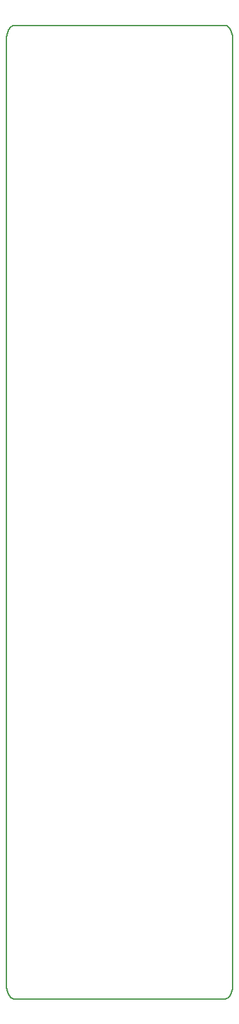
<source format=gm1>
G04 MADE WITH FRITZING*
G04 WWW.FRITZING.ORG*
G04 DOUBLE SIDED*
G04 HOLES PLATED*
G04 CONTOUR ON CENTER OF CONTOUR VECTOR*
%ASAXBY*%
%FSLAX23Y23*%
%MOIN*%
%OFA0B0*%
%SFA1.0B1.0*%
%ADD10C,0.005000*%
%ADD10C,0.008*%
%LNCONTOUR*%
G90*
G70*
G54D10*
G54D10*
X37Y5079D02*
X38Y5079D01*
X39Y5079D01*
X40Y5079D01*
X41Y5079D01*
X42Y5079D01*
X43Y5079D01*
X44Y5079D01*
X45Y5079D01*
X46Y5079D01*
X47Y5079D01*
X48Y5079D01*
X49Y5079D01*
X50Y5079D01*
X51Y5079D01*
X52Y5079D01*
X53Y5079D01*
X54Y5079D01*
X55Y5079D01*
X56Y5079D01*
X57Y5079D01*
X58Y5079D01*
X59Y5079D01*
X60Y5079D01*
X61Y5079D01*
X62Y5079D01*
X63Y5079D01*
X64Y5079D01*
X65Y5079D01*
X66Y5079D01*
X67Y5079D01*
X68Y5079D01*
X69Y5079D01*
X70Y5079D01*
X71Y5079D01*
X72Y5079D01*
X73Y5079D01*
X74Y5079D01*
X75Y5079D01*
X76Y5079D01*
X77Y5079D01*
X78Y5079D01*
X79Y5079D01*
X80Y5079D01*
X81Y5079D01*
X82Y5079D01*
X83Y5079D01*
X84Y5079D01*
X85Y5079D01*
X86Y5079D01*
X87Y5079D01*
X88Y5079D01*
X89Y5079D01*
X90Y5079D01*
X91Y5079D01*
X92Y5079D01*
X93Y5079D01*
X94Y5079D01*
X95Y5079D01*
X96Y5079D01*
X97Y5079D01*
X98Y5079D01*
X99Y5079D01*
X100Y5079D01*
X101Y5079D01*
X102Y5079D01*
X103Y5079D01*
X104Y5079D01*
X105Y5079D01*
X106Y5079D01*
X107Y5079D01*
X108Y5079D01*
X109Y5079D01*
X110Y5079D01*
X111Y5079D01*
X112Y5079D01*
X113Y5079D01*
X114Y5079D01*
X115Y5079D01*
X116Y5079D01*
X117Y5079D01*
X118Y5079D01*
X119Y5079D01*
X120Y5079D01*
X121Y5079D01*
X122Y5079D01*
X123Y5079D01*
X124Y5079D01*
X125Y5079D01*
X126Y5079D01*
X127Y5079D01*
X128Y5079D01*
X129Y5079D01*
X130Y5079D01*
X131Y5079D01*
X132Y5079D01*
X133Y5079D01*
X134Y5079D01*
X135Y5079D01*
X136Y5079D01*
X137Y5079D01*
X138Y5079D01*
X139Y5079D01*
X140Y5079D01*
X141Y5079D01*
X142Y5079D01*
X143Y5079D01*
X144Y5079D01*
X145Y5079D01*
X146Y5079D01*
X147Y5079D01*
X148Y5079D01*
X149Y5079D01*
X150Y5079D01*
X151Y5079D01*
X152Y5079D01*
X153Y5079D01*
X154Y5079D01*
X155Y5079D01*
X156Y5079D01*
X157Y5079D01*
X158Y5079D01*
X159Y5079D01*
X160Y5079D01*
X161Y5079D01*
X162Y5079D01*
X163Y5079D01*
X164Y5079D01*
X165Y5079D01*
X166Y5079D01*
X167Y5079D01*
X168Y5079D01*
X169Y5079D01*
X170Y5079D01*
X171Y5079D01*
X172Y5079D01*
X173Y5079D01*
X174Y5079D01*
X175Y5079D01*
X176Y5079D01*
X177Y5079D01*
X178Y5079D01*
X179Y5079D01*
X180Y5079D01*
X181Y5079D01*
X182Y5079D01*
X183Y5079D01*
X184Y5079D01*
X185Y5079D01*
X186Y5079D01*
X187Y5079D01*
X188Y5079D01*
X189Y5079D01*
X190Y5079D01*
X191Y5079D01*
X192Y5079D01*
X193Y5079D01*
X194Y5079D01*
X195Y5079D01*
X196Y5079D01*
X197Y5079D01*
X198Y5079D01*
X199Y5079D01*
X200Y5079D01*
X201Y5079D01*
X202Y5079D01*
X203Y5079D01*
X204Y5079D01*
X205Y5079D01*
X206Y5079D01*
X207Y5079D01*
X208Y5079D01*
X209Y5079D01*
X210Y5079D01*
X211Y5079D01*
X212Y5079D01*
X213Y5079D01*
X214Y5079D01*
X215Y5079D01*
X216Y5079D01*
X217Y5079D01*
X218Y5079D01*
X219Y5079D01*
X220Y5079D01*
X221Y5079D01*
X222Y5079D01*
X223Y5079D01*
X224Y5079D01*
X225Y5079D01*
X226Y5079D01*
X227Y5079D01*
X228Y5079D01*
X229Y5079D01*
X230Y5079D01*
X231Y5079D01*
X232Y5079D01*
X233Y5079D01*
X234Y5079D01*
X235Y5079D01*
X236Y5079D01*
X237Y5079D01*
X238Y5079D01*
X239Y5079D01*
X240Y5079D01*
X241Y5079D01*
X242Y5079D01*
X243Y5079D01*
X244Y5079D01*
X245Y5079D01*
X246Y5079D01*
X247Y5079D01*
X248Y5079D01*
X249Y5079D01*
X250Y5079D01*
X251Y5079D01*
X252Y5079D01*
X253Y5079D01*
X254Y5079D01*
X255Y5079D01*
X256Y5079D01*
X257Y5079D01*
X258Y5079D01*
X259Y5079D01*
X260Y5079D01*
X261Y5079D01*
X262Y5079D01*
X263Y5079D01*
X264Y5079D01*
X265Y5079D01*
X266Y5079D01*
X267Y5079D01*
X268Y5079D01*
X269Y5079D01*
X270Y5079D01*
X271Y5079D01*
X272Y5079D01*
X273Y5079D01*
X274Y5079D01*
X275Y5079D01*
X276Y5079D01*
X277Y5079D01*
X278Y5079D01*
X279Y5079D01*
X280Y5079D01*
X281Y5079D01*
X282Y5079D01*
X283Y5079D01*
X284Y5079D01*
X285Y5079D01*
X286Y5079D01*
X287Y5079D01*
X288Y5079D01*
X289Y5079D01*
X290Y5079D01*
X291Y5079D01*
X292Y5079D01*
X293Y5079D01*
X294Y5079D01*
X295Y5079D01*
X296Y5079D01*
X297Y5079D01*
X298Y5079D01*
X299Y5079D01*
X300Y5079D01*
X301Y5079D01*
X302Y5079D01*
X303Y5079D01*
X304Y5079D01*
X305Y5079D01*
X306Y5079D01*
X307Y5079D01*
X308Y5079D01*
X309Y5079D01*
X310Y5079D01*
X311Y5079D01*
X312Y5079D01*
X313Y5079D01*
X314Y5079D01*
X315Y5079D01*
X316Y5079D01*
X317Y5079D01*
X318Y5079D01*
X319Y5079D01*
X320Y5079D01*
X321Y5079D01*
X322Y5079D01*
X323Y5079D01*
X324Y5079D01*
X325Y5079D01*
X326Y5079D01*
X327Y5079D01*
X328Y5079D01*
X329Y5079D01*
X330Y5079D01*
X331Y5079D01*
X332Y5079D01*
X333Y5079D01*
X334Y5079D01*
X335Y5079D01*
X336Y5079D01*
X337Y5079D01*
X338Y5079D01*
X339Y5079D01*
X340Y5079D01*
X341Y5079D01*
X342Y5079D01*
X343Y5079D01*
X344Y5079D01*
X345Y5079D01*
X346Y5079D01*
X347Y5079D01*
X348Y5079D01*
X349Y5079D01*
X350Y5079D01*
X351Y5079D01*
X352Y5079D01*
X353Y5079D01*
X354Y5079D01*
X355Y5079D01*
X356Y5079D01*
X357Y5079D01*
X358Y5079D01*
X359Y5079D01*
X360Y5079D01*
X361Y5079D01*
X362Y5079D01*
X363Y5079D01*
X364Y5079D01*
X365Y5079D01*
X366Y5079D01*
X367Y5079D01*
X368Y5079D01*
X369Y5079D01*
X370Y5079D01*
X371Y5079D01*
X372Y5079D01*
X373Y5079D01*
X374Y5079D01*
X375Y5079D01*
X376Y5079D01*
X377Y5079D01*
X378Y5079D01*
X379Y5079D01*
X380Y5079D01*
X381Y5079D01*
X382Y5079D01*
X383Y5079D01*
X384Y5079D01*
X385Y5079D01*
X386Y5079D01*
X387Y5079D01*
X388Y5079D01*
X389Y5079D01*
X390Y5079D01*
X391Y5079D01*
X392Y5079D01*
X393Y5079D01*
X394Y5079D01*
X395Y5079D01*
X396Y5079D01*
X397Y5079D01*
X398Y5079D01*
X399Y5079D01*
X400Y5079D01*
X401Y5079D01*
X402Y5079D01*
X403Y5079D01*
X404Y5079D01*
X405Y5079D01*
X406Y5079D01*
X407Y5079D01*
X408Y5079D01*
X409Y5079D01*
X410Y5079D01*
X411Y5079D01*
X412Y5079D01*
X413Y5079D01*
X414Y5079D01*
X415Y5079D01*
X416Y5079D01*
X417Y5079D01*
X418Y5079D01*
X419Y5079D01*
X420Y5079D01*
X421Y5079D01*
X422Y5079D01*
X423Y5079D01*
X424Y5079D01*
X425Y5079D01*
X426Y5079D01*
X427Y5079D01*
X428Y5079D01*
X429Y5079D01*
X430Y5079D01*
X431Y5079D01*
X432Y5079D01*
X433Y5079D01*
X434Y5079D01*
X435Y5079D01*
X436Y5079D01*
X437Y5079D01*
X438Y5079D01*
X439Y5079D01*
X440Y5079D01*
X441Y5079D01*
X442Y5079D01*
X443Y5079D01*
X444Y5079D01*
X445Y5079D01*
X446Y5079D01*
X447Y5079D01*
X448Y5079D01*
X449Y5079D01*
X450Y5079D01*
X451Y5079D01*
X452Y5079D01*
X453Y5079D01*
X454Y5079D01*
X455Y5079D01*
X456Y5079D01*
X457Y5079D01*
X458Y5079D01*
X459Y5079D01*
X460Y5079D01*
X461Y5079D01*
X462Y5079D01*
X463Y5079D01*
X464Y5079D01*
X465Y5079D01*
X466Y5079D01*
X467Y5079D01*
X468Y5079D01*
X469Y5079D01*
X470Y5079D01*
X471Y5079D01*
X472Y5079D01*
X473Y5079D01*
X474Y5079D01*
X475Y5079D01*
X476Y5079D01*
X477Y5079D01*
X478Y5079D01*
X479Y5079D01*
X480Y5079D01*
X481Y5079D01*
X482Y5079D01*
X483Y5079D01*
X484Y5079D01*
X485Y5079D01*
X486Y5079D01*
X487Y5079D01*
X488Y5079D01*
X489Y5079D01*
X490Y5079D01*
X491Y5079D01*
X492Y5079D01*
X493Y5079D01*
X494Y5079D01*
X495Y5079D01*
X496Y5079D01*
X497Y5079D01*
X498Y5079D01*
X499Y5079D01*
X500Y5079D01*
X501Y5079D01*
X502Y5079D01*
X503Y5079D01*
X504Y5079D01*
X505Y5079D01*
X506Y5079D01*
X507Y5079D01*
X508Y5079D01*
X509Y5079D01*
X510Y5079D01*
X511Y5079D01*
X512Y5079D01*
X513Y5079D01*
X514Y5079D01*
X515Y5079D01*
X516Y5079D01*
X517Y5079D01*
X518Y5079D01*
X519Y5079D01*
X520Y5079D01*
X521Y5079D01*
X522Y5079D01*
X523Y5079D01*
X524Y5079D01*
X525Y5079D01*
X526Y5079D01*
X527Y5079D01*
X528Y5079D01*
X529Y5079D01*
X530Y5079D01*
X531Y5079D01*
X532Y5079D01*
X533Y5079D01*
X534Y5079D01*
X535Y5079D01*
X536Y5079D01*
X537Y5079D01*
X538Y5079D01*
X539Y5079D01*
X540Y5079D01*
X541Y5079D01*
X542Y5079D01*
X543Y5079D01*
X544Y5079D01*
X545Y5079D01*
X546Y5079D01*
X547Y5079D01*
X548Y5079D01*
X549Y5079D01*
X550Y5079D01*
X551Y5079D01*
X552Y5079D01*
X553Y5079D01*
X554Y5079D01*
X555Y5079D01*
X556Y5079D01*
X557Y5079D01*
X558Y5079D01*
X559Y5079D01*
X560Y5079D01*
X561Y5079D01*
X562Y5079D01*
X563Y5079D01*
X564Y5079D01*
X565Y5079D01*
X566Y5079D01*
X567Y5079D01*
X568Y5079D01*
X569Y5079D01*
X570Y5079D01*
X571Y5079D01*
X572Y5079D01*
X573Y5079D01*
X574Y5079D01*
X575Y5079D01*
X576Y5079D01*
X577Y5079D01*
X578Y5079D01*
X579Y5079D01*
X580Y5079D01*
X581Y5079D01*
X582Y5079D01*
X583Y5079D01*
X584Y5079D01*
X585Y5079D01*
X586Y5079D01*
X587Y5079D01*
X588Y5079D01*
X589Y5079D01*
X590Y5079D01*
X591Y5079D01*
X592Y5079D01*
X593Y5079D01*
X594Y5079D01*
X595Y5079D01*
X596Y5079D01*
X597Y5079D01*
X598Y5079D01*
X599Y5079D01*
X600Y5079D01*
X601Y5079D01*
X602Y5079D01*
X603Y5079D01*
X604Y5079D01*
X605Y5079D01*
X606Y5079D01*
X607Y5079D01*
X608Y5079D01*
X609Y5079D01*
X610Y5079D01*
X611Y5079D01*
X612Y5079D01*
X613Y5079D01*
X614Y5079D01*
X615Y5079D01*
X616Y5079D01*
X617Y5079D01*
X618Y5079D01*
X619Y5079D01*
X620Y5079D01*
X621Y5079D01*
X622Y5079D01*
X623Y5079D01*
X624Y5079D01*
X625Y5079D01*
X626Y5079D01*
X627Y5079D01*
X628Y5079D01*
X629Y5079D01*
X630Y5079D01*
X631Y5079D01*
X632Y5079D01*
X633Y5079D01*
X634Y5079D01*
X635Y5079D01*
X636Y5079D01*
X637Y5079D01*
X638Y5079D01*
X639Y5079D01*
X640Y5079D01*
X641Y5079D01*
X642Y5079D01*
X643Y5079D01*
X644Y5079D01*
X645Y5079D01*
X646Y5079D01*
X647Y5079D01*
X648Y5079D01*
X649Y5079D01*
X650Y5079D01*
X651Y5079D01*
X652Y5079D01*
X653Y5079D01*
X654Y5079D01*
X655Y5079D01*
X656Y5079D01*
X657Y5079D01*
X658Y5079D01*
X659Y5079D01*
X660Y5079D01*
X661Y5079D01*
X662Y5079D01*
X663Y5079D01*
X664Y5079D01*
X665Y5079D01*
X666Y5079D01*
X667Y5079D01*
X668Y5079D01*
X669Y5079D01*
X670Y5079D01*
X671Y5079D01*
X672Y5079D01*
X673Y5079D01*
X674Y5079D01*
X675Y5079D01*
X676Y5079D01*
X677Y5079D01*
X678Y5079D01*
X679Y5079D01*
X680Y5079D01*
X681Y5079D01*
X682Y5079D01*
X683Y5079D01*
X684Y5079D01*
X685Y5079D01*
X686Y5079D01*
X687Y5079D01*
X688Y5079D01*
X689Y5079D01*
X690Y5079D01*
X691Y5079D01*
X692Y5079D01*
X693Y5079D01*
X694Y5079D01*
X695Y5079D01*
X696Y5079D01*
X697Y5079D01*
X698Y5079D01*
X699Y5079D01*
X700Y5079D01*
X701Y5079D01*
X702Y5079D01*
X703Y5079D01*
X704Y5079D01*
X705Y5079D01*
X706Y5079D01*
X707Y5079D01*
X708Y5079D01*
X709Y5079D01*
X710Y5079D01*
X711Y5079D01*
X712Y5079D01*
X713Y5079D01*
X714Y5079D01*
X715Y5079D01*
X716Y5079D01*
X717Y5079D01*
X718Y5079D01*
X719Y5079D01*
X720Y5079D01*
X721Y5079D01*
X722Y5079D01*
X723Y5079D01*
X724Y5079D01*
X725Y5079D01*
X726Y5079D01*
X727Y5079D01*
X728Y5079D01*
X729Y5079D01*
X730Y5079D01*
X731Y5079D01*
X732Y5079D01*
X733Y5079D01*
X734Y5079D01*
X735Y5079D01*
X736Y5079D01*
X737Y5079D01*
X738Y5079D01*
X739Y5079D01*
X740Y5079D01*
X741Y5079D01*
X742Y5079D01*
X743Y5079D01*
X744Y5079D01*
X745Y5079D01*
X746Y5079D01*
X747Y5079D01*
X748Y5079D01*
X749Y5079D01*
X750Y5079D01*
X751Y5079D01*
X752Y5079D01*
X753Y5079D01*
X754Y5079D01*
X755Y5079D01*
X756Y5079D01*
X757Y5079D01*
X758Y5079D01*
X759Y5079D01*
X760Y5079D01*
X761Y5079D01*
X762Y5079D01*
X763Y5079D01*
X764Y5079D01*
X765Y5079D01*
X766Y5079D01*
X767Y5079D01*
X768Y5079D01*
X769Y5079D01*
X770Y5079D01*
X771Y5079D01*
X772Y5079D01*
X773Y5079D01*
X774Y5079D01*
X775Y5079D01*
X776Y5079D01*
X777Y5079D01*
X778Y5079D01*
X779Y5079D01*
X780Y5079D01*
X781Y5079D01*
X782Y5079D01*
X783Y5079D01*
X784Y5079D01*
X785Y5079D01*
X786Y5079D01*
X787Y5079D01*
X788Y5079D01*
X789Y5079D01*
X790Y5079D01*
X791Y5079D01*
X792Y5079D01*
X793Y5079D01*
X794Y5079D01*
X795Y5079D01*
X796Y5079D01*
X797Y5079D01*
X798Y5079D01*
X799Y5079D01*
X800Y5079D01*
X801Y5079D01*
X802Y5079D01*
X803Y5079D01*
X804Y5079D01*
X805Y5079D01*
X806Y5079D01*
X807Y5079D01*
X808Y5079D01*
X809Y5079D01*
X810Y5079D01*
X811Y5079D01*
X812Y5079D01*
X813Y5079D01*
X814Y5079D01*
X815Y5079D01*
X816Y5079D01*
X817Y5079D01*
X818Y5079D01*
X819Y5079D01*
X820Y5079D01*
X821Y5079D01*
X822Y5079D01*
X823Y5079D01*
X824Y5079D01*
X825Y5079D01*
X826Y5079D01*
X827Y5079D01*
X828Y5079D01*
X829Y5079D01*
X830Y5079D01*
X831Y5079D01*
X832Y5079D01*
X833Y5079D01*
X834Y5079D01*
X835Y5079D01*
X836Y5079D01*
X837Y5079D01*
X838Y5079D01*
X839Y5079D01*
X840Y5079D01*
X841Y5079D01*
X842Y5079D01*
X843Y5079D01*
X844Y5079D01*
X845Y5079D01*
X846Y5079D01*
X847Y5079D01*
X848Y5079D01*
X849Y5079D01*
X850Y5079D01*
X851Y5079D01*
X852Y5079D01*
X853Y5079D01*
X854Y5079D01*
X855Y5079D01*
X856Y5079D01*
X857Y5079D01*
X858Y5079D01*
X859Y5079D01*
X860Y5079D01*
X861Y5079D01*
X862Y5079D01*
X863Y5079D01*
X864Y5079D01*
X865Y5079D01*
X866Y5079D01*
X867Y5079D01*
X868Y5079D01*
X869Y5079D01*
X870Y5079D01*
X871Y5079D01*
X872Y5079D01*
X873Y5079D01*
X874Y5079D01*
X875Y5079D01*
X876Y5079D01*
X877Y5079D01*
X878Y5079D01*
X879Y5079D01*
X880Y5079D01*
X881Y5079D01*
X882Y5079D01*
X883Y5079D01*
X884Y5079D01*
X885Y5079D01*
X886Y5079D01*
X887Y5079D01*
X888Y5079D01*
X889Y5079D01*
X890Y5079D01*
X891Y5079D01*
X892Y5079D01*
X893Y5079D01*
X894Y5079D01*
X895Y5079D01*
X896Y5079D01*
X897Y5079D01*
X898Y5079D01*
X899Y5079D01*
X900Y5079D01*
X901Y5079D01*
X902Y5079D01*
X903Y5079D01*
X904Y5079D01*
X905Y5079D01*
X906Y5079D01*
X907Y5079D01*
X908Y5079D01*
X909Y5079D01*
X910Y5079D01*
X911Y5079D01*
X912Y5079D01*
X913Y5079D01*
X914Y5079D01*
X915Y5079D01*
X916Y5079D01*
X917Y5079D01*
X918Y5079D01*
X919Y5079D01*
X920Y5079D01*
X921Y5079D01*
X922Y5079D01*
X923Y5079D01*
X924Y5079D01*
X925Y5079D01*
X926Y5079D01*
X927Y5079D01*
X928Y5079D01*
X929Y5079D01*
X930Y5079D01*
X931Y5079D01*
X932Y5079D01*
X933Y5079D01*
X934Y5079D01*
X935Y5079D01*
X936Y5079D01*
X937Y5079D01*
X938Y5079D01*
X939Y5079D01*
X940Y5079D01*
X941Y5079D01*
X942Y5079D01*
X943Y5079D01*
X944Y5079D01*
X945Y5079D01*
X946Y5079D01*
X947Y5079D01*
X948Y5079D01*
X949Y5079D01*
X950Y5079D01*
X951Y5079D01*
X952Y5079D01*
X953Y5079D01*
X954Y5079D01*
X955Y5079D01*
X956Y5079D01*
X957Y5079D01*
X958Y5079D01*
X959Y5079D01*
X960Y5079D01*
X961Y5079D01*
X962Y5079D01*
X963Y5079D01*
X964Y5079D01*
X965Y5079D01*
X966Y5079D01*
X967Y5079D01*
X968Y5079D01*
X969Y5079D01*
X970Y5079D01*
X971Y5079D01*
X972Y5079D01*
X973Y5079D01*
X974Y5079D01*
X975Y5079D01*
X976Y5079D01*
X977Y5079D01*
X978Y5079D01*
X979Y5079D01*
X980Y5079D01*
X981Y5079D01*
X982Y5079D01*
X983Y5079D01*
X984Y5079D01*
X985Y5079D01*
X986Y5079D01*
X987Y5079D01*
X988Y5079D01*
X989Y5079D01*
X990Y5079D01*
X991Y5079D01*
X992Y5079D01*
X993Y5079D01*
X994Y5079D01*
X995Y5079D01*
X996Y5079D01*
X997Y5079D01*
X998Y5079D01*
X999Y5079D01*
X1000Y5079D01*
X1001Y5079D01*
X1002Y5079D01*
X1003Y5079D01*
X1004Y5079D01*
X1005Y5079D01*
X1006Y5079D01*
X1007Y5079D01*
X1008Y5079D01*
X1009Y5079D01*
X1010Y5079D01*
X1011Y5079D01*
X1012Y5079D01*
X1013Y5079D01*
X1014Y5079D01*
X1015Y5079D01*
X1016Y5079D01*
X1017Y5079D01*
X1018Y5079D01*
X1019Y5079D01*
X1020Y5079D01*
X1021Y5079D01*
X1022Y5079D01*
X1023Y5079D01*
X1024Y5079D01*
X1025Y5079D01*
X1026Y5079D01*
X1027Y5079D01*
X1028Y5079D01*
X1029Y5079D01*
X1030Y5079D01*
X1031Y5079D01*
X1032Y5079D01*
X1033Y5079D01*
X1034Y5079D01*
X1035Y5079D01*
X1036Y5079D01*
X1037Y5079D01*
X1038Y5079D01*
X1039Y5079D01*
X1040Y5079D01*
X1041Y5079D01*
X1042Y5079D01*
X1043Y5079D01*
X1044Y5079D01*
X1045Y5079D01*
X1046Y5079D01*
X1047Y5079D01*
X1048Y5079D01*
X1049Y5079D01*
X1050Y5079D01*
X1051Y5079D01*
X1052Y5079D01*
X1053Y5079D01*
X1054Y5079D01*
X1055Y5079D01*
X1056Y5079D01*
X1057Y5079D01*
X1058Y5079D01*
X1059Y5079D01*
X1060Y5079D01*
X1061Y5079D01*
X1062Y5079D01*
X1063Y5079D01*
X1064Y5079D01*
X1065Y5079D01*
X1066Y5079D01*
X1067Y5079D01*
X1068Y5079D01*
X1069Y5079D01*
X1070Y5079D01*
X1071Y5079D01*
X1072Y5079D01*
X1073Y5079D01*
X1074Y5079D01*
X1075Y5079D01*
X1076Y5079D01*
X1077Y5079D01*
X1078Y5079D01*
X1079Y5079D01*
X1080Y5079D01*
X1081Y5079D01*
X1082Y5079D01*
X1083Y5079D01*
X1084Y5079D01*
X1085Y5079D01*
X1086Y5079D01*
X1087Y5079D01*
X1088Y5079D01*
X1089Y5079D01*
X1090Y5079D01*
X1091Y5079D01*
X1092Y5079D01*
X1093Y5079D01*
X1094Y5079D01*
X1095Y5079D01*
X1096Y5079D01*
X1097Y5079D01*
X1098Y5079D01*
X1099Y5079D01*
X1100Y5079D01*
X1101Y5079D01*
X1102Y5079D01*
X1103Y5079D01*
X1104Y5079D01*
X1105Y5079D01*
X1106Y5079D01*
X1107Y5079D01*
X1108Y5079D01*
X1109Y5079D01*
X1110Y5079D01*
X1111Y5079D01*
X1112Y5079D01*
X1113Y5079D01*
X1114Y5079D01*
X1115Y5079D01*
X1116Y5079D01*
X1117Y5079D01*
X1118Y5079D01*
X1119Y5079D01*
X1120Y5079D01*
X1121Y5079D01*
X1122Y5079D01*
X1123Y5079D01*
X1124Y5079D01*
X1125Y5079D01*
X1126Y5079D01*
X1127Y5079D01*
X1128Y5079D01*
X1129Y5079D01*
X1130Y5079D01*
X1131Y5079D01*
X1132Y5079D01*
X1133Y5079D01*
X1134Y5079D01*
X1135Y5079D01*
X1136Y5079D01*
X1137Y5079D01*
X1138Y5079D01*
X1139Y5079D01*
X1140Y5079D01*
X1141Y5079D01*
X1142Y5079D01*
X1143Y5079D01*
X1144Y5078D01*
X1145Y5078D01*
X1146Y5078D01*
X1147Y5078D01*
X1148Y5077D01*
X1149Y5077D01*
X1150Y5076D01*
X1151Y5076D01*
X1152Y5075D01*
X1153Y5075D01*
X1154Y5074D01*
X1155Y5073D01*
X1156Y5072D01*
X1157Y5071D01*
X1158Y5071D01*
X1159Y5070D01*
X1160Y5069D01*
X1160Y5068D01*
X1161Y5067D01*
X1162Y5066D01*
X1163Y5065D01*
X1164Y5064D01*
X1164Y5063D01*
X1165Y5062D01*
X1166Y5061D01*
X1166Y5060D01*
X1167Y5059D01*
X1167Y5058D01*
X1168Y5057D01*
X1168Y5056D01*
X1169Y5055D01*
X1169Y5054D01*
X1170Y5053D01*
X1170Y5052D01*
X1171Y5051D01*
X1171Y5050D01*
X1172Y5049D01*
X1172Y5048D01*
X1173Y5047D01*
X1173Y5045D01*
X1174Y5044D01*
X1174Y5042D01*
X1175Y5041D01*
X1175Y5038D01*
X1176Y5037D01*
X1176Y5034D01*
X1177Y5033D01*
X1177Y5030D01*
X1178Y5029D01*
X1178Y5024D01*
X1179Y5023D01*
X1179Y5015D01*
X1180Y5014D01*
X1180Y67D01*
X1179Y66D01*
X1179Y58D01*
X1178Y57D01*
X1178Y52D01*
X1177Y51D01*
X1177Y48D01*
X1176Y47D01*
X1176Y44D01*
X1175Y43D01*
X1175Y40D01*
X1174Y39D01*
X1174Y37D01*
X1173Y36D01*
X1173Y34D01*
X1172Y33D01*
X1172Y32D01*
X1171Y31D01*
X1171Y30D01*
X1170Y29D01*
X1170Y28D01*
X1169Y27D01*
X1169Y26D01*
X1168Y25D01*
X1168Y24D01*
X1167Y23D01*
X1167Y22D01*
X1166Y21D01*
X1166Y20D01*
X1165Y19D01*
X1164Y18D01*
X1164Y17D01*
X1163Y16D01*
X1162Y15D01*
X1161Y14D01*
X1160Y13D01*
X1160Y12D01*
X1159Y11D01*
X1158Y10D01*
X1157Y10D01*
X1156Y9D01*
X1155Y8D01*
X1154Y7D01*
X1153Y6D01*
X1152Y6D01*
X1151Y5D01*
X1150Y5D01*
X1149Y4D01*
X1148Y4D01*
X1147Y3D01*
X1146Y3D01*
X1145Y3D01*
X1144Y3D01*
X1143Y2D01*
X1142Y2D01*
X1141Y2D01*
X1140Y2D01*
X1139Y2D01*
X1138Y2D01*
X1137Y2D01*
X1136Y2D01*
X1135Y2D01*
X1134Y2D01*
X1133Y2D01*
X1132Y2D01*
X1131Y2D01*
X1130Y2D01*
X1129Y2D01*
X1128Y2D01*
X1127Y2D01*
X1126Y2D01*
X1125Y2D01*
X1124Y2D01*
X1123Y2D01*
X1122Y2D01*
X1121Y2D01*
X1120Y2D01*
X1119Y2D01*
X1118Y2D01*
X1117Y2D01*
X1116Y2D01*
X1115Y2D01*
X1114Y2D01*
X1113Y2D01*
X1112Y2D01*
X1111Y2D01*
X1110Y2D01*
X1109Y2D01*
X1108Y2D01*
X1107Y2D01*
X1106Y2D01*
X1105Y2D01*
X1104Y2D01*
X1103Y2D01*
X1102Y2D01*
X1101Y2D01*
X1100Y2D01*
X1099Y2D01*
X1098Y2D01*
X1097Y2D01*
X1096Y2D01*
X1095Y2D01*
X1094Y2D01*
X1093Y2D01*
X1092Y2D01*
X1091Y2D01*
X1090Y2D01*
X1089Y2D01*
X1088Y2D01*
X1087Y2D01*
X1086Y2D01*
X1085Y2D01*
X1084Y2D01*
X1083Y2D01*
X1082Y2D01*
X1081Y2D01*
X1080Y2D01*
X1079Y2D01*
X1078Y2D01*
X1077Y2D01*
X1076Y2D01*
X1075Y2D01*
X1074Y2D01*
X1073Y2D01*
X1072Y2D01*
X1071Y2D01*
X1070Y2D01*
X1069Y2D01*
X1068Y2D01*
X1067Y2D01*
X1066Y2D01*
X1065Y2D01*
X1064Y2D01*
X1063Y2D01*
X1062Y2D01*
X1061Y2D01*
X1060Y2D01*
X1059Y2D01*
X1058Y2D01*
X1057Y2D01*
X1056Y2D01*
X1055Y2D01*
X1054Y2D01*
X1053Y2D01*
X1052Y2D01*
X1051Y2D01*
X1050Y2D01*
X1049Y2D01*
X1048Y2D01*
X1047Y2D01*
X1046Y2D01*
X1045Y2D01*
X1044Y2D01*
X1043Y2D01*
X1042Y2D01*
X1041Y2D01*
X1040Y2D01*
X1039Y2D01*
X1038Y2D01*
X1037Y2D01*
X1036Y2D01*
X1035Y2D01*
X1034Y2D01*
X1033Y2D01*
X1032Y2D01*
X1031Y2D01*
X1030Y2D01*
X1029Y2D01*
X1028Y2D01*
X1027Y2D01*
X1026Y2D01*
X1025Y2D01*
X1024Y2D01*
X1023Y2D01*
X1022Y2D01*
X1021Y2D01*
X1020Y2D01*
X1019Y2D01*
X1018Y2D01*
X1017Y2D01*
X1016Y2D01*
X1015Y2D01*
X1014Y2D01*
X1013Y2D01*
X1012Y2D01*
X1011Y2D01*
X1010Y2D01*
X1009Y2D01*
X1008Y2D01*
X1007Y2D01*
X1006Y2D01*
X1005Y2D01*
X1004Y2D01*
X1003Y2D01*
X1002Y2D01*
X1001Y2D01*
X1000Y2D01*
X999Y2D01*
X998Y2D01*
X997Y2D01*
X996Y2D01*
X995Y2D01*
X994Y2D01*
X993Y2D01*
X992Y2D01*
X991Y2D01*
X990Y2D01*
X989Y2D01*
X988Y2D01*
X987Y2D01*
X986Y2D01*
X985Y2D01*
X984Y2D01*
X983Y2D01*
X982Y2D01*
X981Y2D01*
X980Y2D01*
X979Y2D01*
X978Y2D01*
X977Y2D01*
X976Y2D01*
X975Y2D01*
X974Y2D01*
X973Y2D01*
X972Y2D01*
X971Y2D01*
X970Y2D01*
X969Y2D01*
X968Y2D01*
X967Y2D01*
X966Y2D01*
X965Y2D01*
X964Y2D01*
X963Y2D01*
X962Y2D01*
X961Y2D01*
X960Y2D01*
X959Y2D01*
X958Y2D01*
X957Y2D01*
X956Y2D01*
X955Y2D01*
X954Y2D01*
X953Y2D01*
X952Y2D01*
X951Y2D01*
X950Y2D01*
X949Y2D01*
X948Y2D01*
X947Y2D01*
X946Y2D01*
X945Y2D01*
X944Y2D01*
X943Y2D01*
X942Y2D01*
X941Y2D01*
X940Y2D01*
X939Y2D01*
X938Y2D01*
X937Y2D01*
X936Y2D01*
X935Y2D01*
X934Y2D01*
X933Y2D01*
X932Y2D01*
X931Y2D01*
X930Y2D01*
X929Y2D01*
X928Y2D01*
X927Y2D01*
X926Y2D01*
X925Y2D01*
X924Y2D01*
X923Y2D01*
X922Y2D01*
X921Y2D01*
X920Y2D01*
X919Y2D01*
X918Y2D01*
X917Y2D01*
X916Y2D01*
X915Y2D01*
X914Y2D01*
X913Y2D01*
X912Y2D01*
X911Y2D01*
X910Y2D01*
X909Y2D01*
X908Y2D01*
X907Y2D01*
X906Y2D01*
X905Y2D01*
X904Y2D01*
X903Y2D01*
X902Y2D01*
X901Y2D01*
X900Y2D01*
X899Y2D01*
X898Y2D01*
X897Y2D01*
X896Y2D01*
X895Y2D01*
X894Y2D01*
X893Y2D01*
X892Y2D01*
X891Y2D01*
X890Y2D01*
X889Y2D01*
X888Y2D01*
X887Y2D01*
X886Y2D01*
X885Y2D01*
X884Y2D01*
X883Y2D01*
X882Y2D01*
X881Y2D01*
X880Y2D01*
X879Y2D01*
X878Y2D01*
X877Y2D01*
X876Y2D01*
X875Y2D01*
X874Y2D01*
X873Y2D01*
X872Y2D01*
X871Y2D01*
X870Y2D01*
X869Y2D01*
X868Y2D01*
X867Y2D01*
X866Y2D01*
X865Y2D01*
X864Y2D01*
X863Y2D01*
X862Y2D01*
X861Y2D01*
X860Y2D01*
X859Y2D01*
X858Y2D01*
X857Y2D01*
X856Y2D01*
X855Y2D01*
X854Y2D01*
X853Y2D01*
X852Y2D01*
X851Y2D01*
X850Y2D01*
X849Y2D01*
X848Y2D01*
X847Y2D01*
X846Y2D01*
X845Y2D01*
X844Y2D01*
X843Y2D01*
X842Y2D01*
X841Y2D01*
X840Y2D01*
X839Y2D01*
X838Y2D01*
X837Y2D01*
X836Y2D01*
X835Y2D01*
X834Y2D01*
X833Y2D01*
X832Y2D01*
X831Y2D01*
X830Y2D01*
X829Y2D01*
X828Y2D01*
X827Y2D01*
X826Y2D01*
X825Y2D01*
X824Y2D01*
X823Y2D01*
X822Y2D01*
X821Y2D01*
X820Y2D01*
X819Y2D01*
X818Y2D01*
X817Y2D01*
X816Y2D01*
X815Y2D01*
X814Y2D01*
X813Y2D01*
X812Y2D01*
X811Y2D01*
X810Y2D01*
X809Y2D01*
X808Y2D01*
X807Y2D01*
X806Y2D01*
X805Y2D01*
X804Y2D01*
X803Y2D01*
X802Y2D01*
X801Y2D01*
X800Y2D01*
X799Y2D01*
X798Y2D01*
X797Y2D01*
X796Y2D01*
X795Y2D01*
X794Y2D01*
X793Y2D01*
X792Y2D01*
X791Y2D01*
X790Y2D01*
X789Y2D01*
X788Y2D01*
X787Y2D01*
X786Y2D01*
X785Y2D01*
X784Y2D01*
X783Y2D01*
X782Y2D01*
X781Y2D01*
X780Y2D01*
X779Y2D01*
X778Y2D01*
X777Y2D01*
X776Y2D01*
X775Y2D01*
X774Y2D01*
X773Y2D01*
X772Y2D01*
X771Y2D01*
X770Y2D01*
X769Y2D01*
X768Y2D01*
X767Y2D01*
X766Y2D01*
X765Y2D01*
X764Y2D01*
X763Y2D01*
X762Y2D01*
X761Y2D01*
X760Y2D01*
X759Y2D01*
X758Y2D01*
X757Y2D01*
X756Y2D01*
X755Y2D01*
X754Y2D01*
X753Y2D01*
X752Y2D01*
X751Y2D01*
X750Y2D01*
X749Y2D01*
X748Y2D01*
X747Y2D01*
X746Y2D01*
X745Y2D01*
X744Y2D01*
X743Y2D01*
X742Y2D01*
X741Y2D01*
X740Y2D01*
X739Y2D01*
X738Y2D01*
X737Y2D01*
X736Y2D01*
X735Y2D01*
X734Y2D01*
X733Y2D01*
X732Y2D01*
X731Y2D01*
X730Y2D01*
X729Y2D01*
X728Y2D01*
X727Y2D01*
X726Y2D01*
X725Y2D01*
X724Y2D01*
X723Y2D01*
X722Y2D01*
X721Y2D01*
X720Y2D01*
X719Y2D01*
X718Y2D01*
X717Y2D01*
X716Y2D01*
X715Y2D01*
X714Y2D01*
X713Y2D01*
X712Y2D01*
X711Y2D01*
X710Y2D01*
X709Y2D01*
X708Y2D01*
X707Y2D01*
X706Y2D01*
X705Y2D01*
X704Y2D01*
X703Y2D01*
X702Y2D01*
X701Y2D01*
X700Y2D01*
X699Y2D01*
X698Y2D01*
X697Y2D01*
X696Y2D01*
X695Y2D01*
X694Y2D01*
X693Y2D01*
X692Y2D01*
X691Y2D01*
X690Y2D01*
X689Y2D01*
X688Y2D01*
X687Y2D01*
X686Y2D01*
X685Y2D01*
X684Y2D01*
X683Y2D01*
X682Y2D01*
X681Y2D01*
X680Y2D01*
X679Y2D01*
X678Y2D01*
X677Y2D01*
X676Y2D01*
X675Y2D01*
X674Y2D01*
X673Y2D01*
X672Y2D01*
X671Y2D01*
X670Y2D01*
X669Y2D01*
X668Y2D01*
X667Y2D01*
X666Y2D01*
X665Y2D01*
X664Y2D01*
X663Y2D01*
X662Y2D01*
X661Y2D01*
X660Y2D01*
X659Y2D01*
X658Y2D01*
X657Y2D01*
X656Y2D01*
X655Y2D01*
X654Y2D01*
X653Y2D01*
X652Y2D01*
X651Y2D01*
X650Y2D01*
X649Y2D01*
X648Y2D01*
X647Y2D01*
X646Y2D01*
X645Y2D01*
X644Y2D01*
X643Y2D01*
X642Y2D01*
X641Y2D01*
X640Y2D01*
X639Y2D01*
X638Y2D01*
X637Y2D01*
X636Y2D01*
X635Y2D01*
X634Y2D01*
X633Y2D01*
X632Y2D01*
X631Y2D01*
X630Y2D01*
X629Y2D01*
X628Y2D01*
X627Y2D01*
X626Y2D01*
X625Y2D01*
X624Y2D01*
X623Y2D01*
X622Y2D01*
X621Y2D01*
X620Y2D01*
X619Y2D01*
X618Y2D01*
X617Y2D01*
X616Y2D01*
X615Y2D01*
X614Y2D01*
X613Y2D01*
X612Y2D01*
X611Y2D01*
X610Y2D01*
X609Y2D01*
X608Y2D01*
X607Y2D01*
X606Y2D01*
X605Y2D01*
X604Y2D01*
X603Y2D01*
X602Y2D01*
X601Y2D01*
X600Y2D01*
X599Y2D01*
X598Y2D01*
X597Y2D01*
X596Y2D01*
X595Y2D01*
X594Y2D01*
X593Y2D01*
X592Y2D01*
X591Y2D01*
X590Y2D01*
X589Y2D01*
X588Y2D01*
X587Y2D01*
X586Y2D01*
X585Y2D01*
X584Y2D01*
X583Y2D01*
X582Y2D01*
X581Y2D01*
X580Y2D01*
X579Y2D01*
X578Y2D01*
X577Y2D01*
X576Y2D01*
X575Y2D01*
X574Y2D01*
X573Y2D01*
X572Y2D01*
X571Y2D01*
X570Y2D01*
X569Y2D01*
X568Y2D01*
X567Y2D01*
X566Y2D01*
X565Y2D01*
X564Y2D01*
X563Y2D01*
X562Y2D01*
X561Y2D01*
X560Y2D01*
X559Y2D01*
X558Y2D01*
X557Y2D01*
X556Y2D01*
X555Y2D01*
X554Y2D01*
X553Y2D01*
X552Y2D01*
X551Y2D01*
X550Y2D01*
X549Y2D01*
X548Y2D01*
X547Y2D01*
X546Y2D01*
X545Y2D01*
X544Y2D01*
X543Y2D01*
X542Y2D01*
X541Y2D01*
X540Y2D01*
X539Y2D01*
X538Y2D01*
X537Y2D01*
X536Y2D01*
X535Y2D01*
X534Y2D01*
X533Y2D01*
X532Y2D01*
X531Y2D01*
X530Y2D01*
X529Y2D01*
X528Y2D01*
X527Y2D01*
X526Y2D01*
X525Y2D01*
X524Y2D01*
X523Y2D01*
X522Y2D01*
X521Y2D01*
X520Y2D01*
X519Y2D01*
X518Y2D01*
X517Y2D01*
X516Y2D01*
X515Y2D01*
X514Y2D01*
X513Y2D01*
X512Y2D01*
X511Y2D01*
X510Y2D01*
X509Y2D01*
X508Y2D01*
X507Y2D01*
X506Y2D01*
X505Y2D01*
X504Y2D01*
X503Y2D01*
X502Y2D01*
X501Y2D01*
X500Y2D01*
X499Y2D01*
X498Y2D01*
X497Y2D01*
X496Y2D01*
X495Y2D01*
X494Y2D01*
X493Y2D01*
X492Y2D01*
X491Y2D01*
X490Y2D01*
X489Y2D01*
X488Y2D01*
X487Y2D01*
X486Y2D01*
X485Y2D01*
X484Y2D01*
X483Y2D01*
X482Y2D01*
X481Y2D01*
X480Y2D01*
X479Y2D01*
X478Y2D01*
X477Y2D01*
X476Y2D01*
X475Y2D01*
X474Y2D01*
X473Y2D01*
X472Y2D01*
X471Y2D01*
X470Y2D01*
X469Y2D01*
X468Y2D01*
X467Y2D01*
X466Y2D01*
X465Y2D01*
X464Y2D01*
X463Y2D01*
X462Y2D01*
X461Y2D01*
X460Y2D01*
X459Y2D01*
X458Y2D01*
X457Y2D01*
X456Y2D01*
X455Y2D01*
X454Y2D01*
X453Y2D01*
X452Y2D01*
X451Y2D01*
X450Y2D01*
X449Y2D01*
X448Y2D01*
X447Y2D01*
X446Y2D01*
X445Y2D01*
X444Y2D01*
X443Y2D01*
X442Y2D01*
X441Y2D01*
X440Y2D01*
X439Y2D01*
X438Y2D01*
X437Y2D01*
X436Y2D01*
X435Y2D01*
X434Y2D01*
X433Y2D01*
X432Y2D01*
X431Y2D01*
X430Y2D01*
X429Y2D01*
X428Y2D01*
X427Y2D01*
X426Y2D01*
X425Y2D01*
X424Y2D01*
X423Y2D01*
X422Y2D01*
X421Y2D01*
X420Y2D01*
X419Y2D01*
X418Y2D01*
X417Y2D01*
X416Y2D01*
X415Y2D01*
X414Y2D01*
X413Y2D01*
X412Y2D01*
X411Y2D01*
X410Y2D01*
X409Y2D01*
X408Y2D01*
X407Y2D01*
X406Y2D01*
X405Y2D01*
X404Y2D01*
X403Y2D01*
X402Y2D01*
X401Y2D01*
X400Y2D01*
X399Y2D01*
X398Y2D01*
X397Y2D01*
X396Y2D01*
X395Y2D01*
X394Y2D01*
X393Y2D01*
X392Y2D01*
X391Y2D01*
X390Y2D01*
X389Y2D01*
X388Y2D01*
X387Y2D01*
X386Y2D01*
X385Y2D01*
X384Y2D01*
X383Y2D01*
X382Y2D01*
X381Y2D01*
X380Y2D01*
X379Y2D01*
X378Y2D01*
X377Y2D01*
X376Y2D01*
X375Y2D01*
X374Y2D01*
X373Y2D01*
X372Y2D01*
X371Y2D01*
X370Y2D01*
X369Y2D01*
X368Y2D01*
X367Y2D01*
X366Y2D01*
X365Y2D01*
X364Y2D01*
X363Y2D01*
X362Y2D01*
X361Y2D01*
X360Y2D01*
X359Y2D01*
X358Y2D01*
X357Y2D01*
X356Y2D01*
X355Y2D01*
X354Y2D01*
X353Y2D01*
X352Y2D01*
X351Y2D01*
X350Y2D01*
X349Y2D01*
X348Y2D01*
X347Y2D01*
X346Y2D01*
X345Y2D01*
X344Y2D01*
X343Y2D01*
X342Y2D01*
X341Y2D01*
X340Y2D01*
X339Y2D01*
X338Y2D01*
X337Y2D01*
X336Y2D01*
X335Y2D01*
X334Y2D01*
X333Y2D01*
X332Y2D01*
X331Y2D01*
X330Y2D01*
X329Y2D01*
X328Y2D01*
X327Y2D01*
X326Y2D01*
X325Y2D01*
X324Y2D01*
X323Y2D01*
X322Y2D01*
X321Y2D01*
X320Y2D01*
X319Y2D01*
X318Y2D01*
X317Y2D01*
X316Y2D01*
X315Y2D01*
X314Y2D01*
X313Y2D01*
X312Y2D01*
X311Y2D01*
X310Y2D01*
X309Y2D01*
X308Y2D01*
X307Y2D01*
X306Y2D01*
X305Y2D01*
X304Y2D01*
X303Y2D01*
X302Y2D01*
X301Y2D01*
X300Y2D01*
X299Y2D01*
X298Y2D01*
X297Y2D01*
X296Y2D01*
X295Y2D01*
X294Y2D01*
X293Y2D01*
X292Y2D01*
X291Y2D01*
X290Y2D01*
X289Y2D01*
X288Y2D01*
X287Y2D01*
X286Y2D01*
X285Y2D01*
X284Y2D01*
X283Y2D01*
X282Y2D01*
X281Y2D01*
X280Y2D01*
X279Y2D01*
X278Y2D01*
X277Y2D01*
X276Y2D01*
X275Y2D01*
X274Y2D01*
X273Y2D01*
X272Y2D01*
X271Y2D01*
X270Y2D01*
X269Y2D01*
X268Y2D01*
X267Y2D01*
X266Y2D01*
X265Y2D01*
X264Y2D01*
X263Y2D01*
X262Y2D01*
X261Y2D01*
X260Y2D01*
X259Y2D01*
X258Y2D01*
X257Y2D01*
X256Y2D01*
X255Y2D01*
X254Y2D01*
X253Y2D01*
X252Y2D01*
X251Y2D01*
X250Y2D01*
X249Y2D01*
X248Y2D01*
X247Y2D01*
X246Y2D01*
X245Y2D01*
X244Y2D01*
X243Y2D01*
X242Y2D01*
X241Y2D01*
X240Y2D01*
X239Y2D01*
X238Y2D01*
X237Y2D01*
X236Y2D01*
X235Y2D01*
X234Y2D01*
X233Y2D01*
X232Y2D01*
X231Y2D01*
X230Y2D01*
X229Y2D01*
X228Y2D01*
X227Y2D01*
X226Y2D01*
X225Y2D01*
X224Y2D01*
X223Y2D01*
X222Y2D01*
X221Y2D01*
X220Y2D01*
X219Y2D01*
X218Y2D01*
X217Y2D01*
X216Y2D01*
X215Y2D01*
X214Y2D01*
X213Y2D01*
X212Y2D01*
X211Y2D01*
X210Y2D01*
X209Y2D01*
X208Y2D01*
X207Y2D01*
X206Y2D01*
X205Y2D01*
X204Y2D01*
X203Y2D01*
X202Y2D01*
X201Y2D01*
X200Y2D01*
X199Y2D01*
X198Y2D01*
X197Y2D01*
X196Y2D01*
X195Y2D01*
X194Y2D01*
X193Y2D01*
X192Y2D01*
X191Y2D01*
X190Y2D01*
X189Y2D01*
X188Y2D01*
X187Y2D01*
X186Y2D01*
X185Y2D01*
X184Y2D01*
X183Y2D01*
X182Y2D01*
X181Y2D01*
X180Y2D01*
X179Y2D01*
X178Y2D01*
X177Y2D01*
X176Y2D01*
X175Y2D01*
X174Y2D01*
X173Y2D01*
X172Y2D01*
X171Y2D01*
X170Y2D01*
X169Y2D01*
X168Y2D01*
X167Y2D01*
X166Y2D01*
X165Y2D01*
X164Y2D01*
X163Y2D01*
X162Y2D01*
X161Y2D01*
X160Y2D01*
X159Y2D01*
X158Y2D01*
X157Y2D01*
X156Y2D01*
X155Y2D01*
X154Y2D01*
X153Y2D01*
X152Y2D01*
X151Y2D01*
X150Y2D01*
X149Y2D01*
X148Y2D01*
X147Y2D01*
X146Y2D01*
X145Y2D01*
X144Y2D01*
X143Y2D01*
X142Y2D01*
X141Y2D01*
X140Y2D01*
X139Y2D01*
X138Y2D01*
X137Y2D01*
X136Y2D01*
X135Y2D01*
X134Y2D01*
X133Y2D01*
X132Y2D01*
X131Y2D01*
X130Y2D01*
X129Y2D01*
X128Y2D01*
X127Y2D01*
X126Y2D01*
X125Y2D01*
X124Y2D01*
X123Y2D01*
X122Y2D01*
X121Y2D01*
X120Y2D01*
X119Y2D01*
X118Y2D01*
X117Y2D01*
X116Y2D01*
X115Y2D01*
X114Y2D01*
X113Y2D01*
X112Y2D01*
X111Y2D01*
X110Y2D01*
X109Y2D01*
X108Y2D01*
X107Y2D01*
X106Y2D01*
X105Y2D01*
X104Y2D01*
X103Y2D01*
X102Y2D01*
X101Y2D01*
X100Y2D01*
X99Y2D01*
X98Y2D01*
X97Y2D01*
X96Y2D01*
X95Y2D01*
X94Y2D01*
X93Y2D01*
X92Y2D01*
X91Y2D01*
X90Y2D01*
X89Y2D01*
X88Y2D01*
X87Y2D01*
X86Y2D01*
X85Y2D01*
X84Y2D01*
X83Y2D01*
X82Y2D01*
X81Y2D01*
X80Y2D01*
X79Y2D01*
X78Y2D01*
X77Y2D01*
X76Y2D01*
X75Y2D01*
X74Y2D01*
X73Y2D01*
X72Y2D01*
X71Y2D01*
X70Y2D01*
X69Y2D01*
X68Y2D01*
X67Y2D01*
X66Y2D01*
X65Y2D01*
X64Y2D01*
X63Y2D01*
X62Y2D01*
X61Y2D01*
X60Y2D01*
X59Y2D01*
X58Y2D01*
X57Y2D01*
X56Y2D01*
X55Y2D01*
X54Y2D01*
X53Y2D01*
X52Y2D01*
X51Y2D01*
X50Y2D01*
X49Y2D01*
X48Y2D01*
X47Y2D01*
X46Y2D01*
X45Y2D01*
X44Y2D01*
X43Y2D01*
X42Y2D01*
X41Y2D01*
X40Y2D01*
X39Y2D01*
X38Y2D01*
X37Y2D01*
X36Y3D01*
X35Y3D01*
X34Y3D01*
X33Y3D01*
X32Y4D01*
X31Y4D01*
X30Y5D01*
X29Y5D01*
X28Y6D01*
X27Y6D01*
X26Y7D01*
X25Y8D01*
X24Y9D01*
X23Y10D01*
X22Y10D01*
X21Y11D01*
X20Y12D01*
X20Y13D01*
X19Y14D01*
X18Y15D01*
X17Y16D01*
X16Y17D01*
X16Y18D01*
X15Y19D01*
X14Y20D01*
X14Y21D01*
X13Y22D01*
X13Y23D01*
X12Y24D01*
X12Y25D01*
X11Y26D01*
X11Y27D01*
X10Y28D01*
X10Y29D01*
X9Y30D01*
X9Y31D01*
X8Y32D01*
X8Y33D01*
X7Y34D01*
X7Y36D01*
X6Y37D01*
X6Y39D01*
X5Y40D01*
X5Y43D01*
X4Y44D01*
X4Y47D01*
X3Y48D01*
X3Y51D01*
X2Y52D01*
X2Y57D01*
X1Y58D01*
X1Y66D01*
X0Y67D01*
X0Y5014D01*
X1Y5015D01*
X1Y5023D01*
X2Y5024D01*
X2Y5029D01*
X3Y5030D01*
X3Y5033D01*
X4Y5034D01*
X4Y5037D01*
X5Y5038D01*
X5Y5041D01*
X6Y5042D01*
X6Y5044D01*
X7Y5045D01*
X7Y5047D01*
X8Y5048D01*
X8Y5049D01*
X9Y5050D01*
X9Y5051D01*
X10Y5052D01*
X10Y5053D01*
X11Y5054D01*
X11Y5055D01*
X12Y5056D01*
X12Y5057D01*
X13Y5058D01*
X13Y5059D01*
X14Y5060D01*
X14Y5061D01*
X15Y5062D01*
X16Y5063D01*
X16Y5064D01*
X17Y5065D01*
X18Y5066D01*
X19Y5067D01*
X20Y5068D01*
X20Y5069D01*
X21Y5070D01*
X22Y5071D01*
X23Y5071D01*
X24Y5072D01*
X25Y5073D01*
X26Y5074D01*
X27Y5075D01*
X28Y5075D01*
X29Y5076D01*
X30Y5076D01*
X31Y5077D01*
X32Y5077D01*
X33Y5078D01*
X34Y5078D01*
X35Y5078D01*
X36Y5078D01*
X37Y5079D01*
D02*
G04 End of contour*
M02*
</source>
